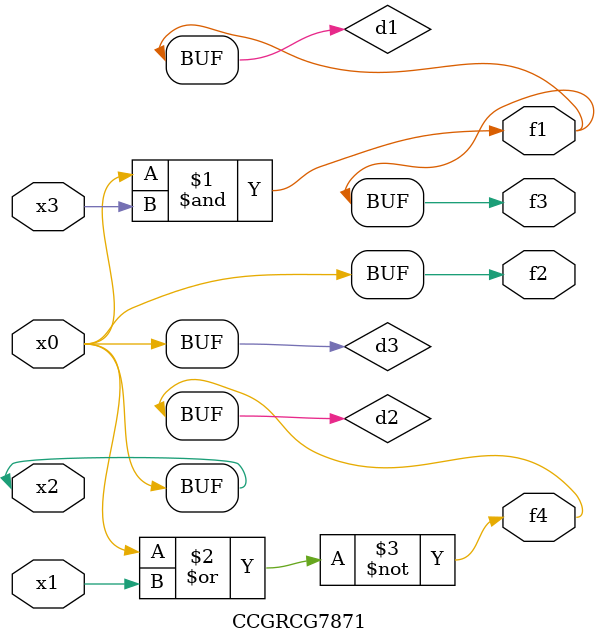
<source format=v>
module CCGRCG7871(
	input x0, x1, x2, x3,
	output f1, f2, f3, f4
);

	wire d1, d2, d3;

	and (d1, x2, x3);
	nor (d2, x0, x1);
	buf (d3, x0, x2);
	assign f1 = d1;
	assign f2 = d3;
	assign f3 = d1;
	assign f4 = d2;
endmodule

</source>
